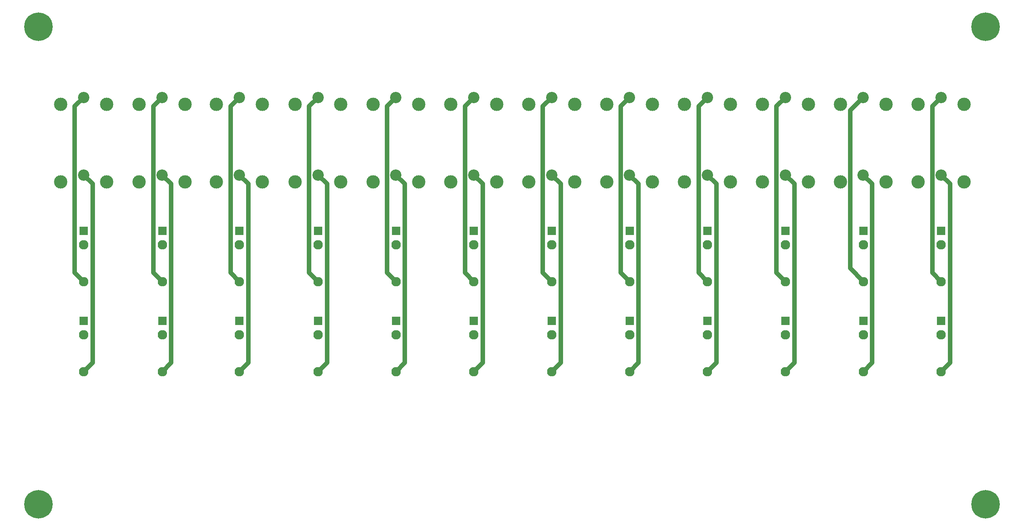
<source format=gbr>
%TF.GenerationSoftware,KiCad,Pcbnew,7.0.1-0*%
%TF.CreationDate,2023-05-06T12:03:47+02:00*%
%TF.ProjectId,video_patch_bay,76696465-6f5f-4706-9174-63685f626179,rev?*%
%TF.SameCoordinates,Original*%
%TF.FileFunction,Copper,L1,Top*%
%TF.FilePolarity,Positive*%
%FSLAX46Y46*%
G04 Gerber Fmt 4.6, Leading zero omitted, Abs format (unit mm)*
G04 Created by KiCad (PCBNEW 7.0.1-0) date 2023-05-06 12:03:47*
%MOMM*%
%LPD*%
G01*
G04 APERTURE LIST*
%TA.AperFunction,ComponentPad*%
%ADD10C,3.000000*%
%TD*%
%TA.AperFunction,ComponentPad*%
%ADD11C,2.550000*%
%TD*%
%TA.AperFunction,ComponentPad*%
%ADD12R,1.930000X1.830000*%
%TD*%
%TA.AperFunction,ComponentPad*%
%ADD13C,2.130000*%
%TD*%
%TA.AperFunction,ComponentPad*%
%ADD14C,6.400000*%
%TD*%
%TA.AperFunction,Conductor*%
%ADD15C,1.000000*%
%TD*%
G04 APERTURE END LIST*
D10*
%TO.P,J13,1A,1*%
%TO.N,GND*%
X42350000Y-54291068D03*
%TO.P,J13,1B*%
X52650000Y-54291068D03*
D11*
%TO.P,J13,2,2*%
%TO.N,Out 1*%
X47500000Y-52691068D03*
%TD*%
D12*
%TO.P,J44,S*%
%TO.N,GND*%
X170175000Y-85511068D03*
D13*
%TO.P,J44,T*%
%TO.N,Out 8*%
X170175000Y-96911068D03*
%TO.P,J44,TN*%
%TO.N,unconnected-(J44-PadTN)*%
X170175000Y-88611068D03*
%TD*%
D12*
%TO.P,J38,S*%
%TO.N,GND*%
X65175000Y-85511068D03*
D13*
%TO.P,J38,T*%
%TO.N,Out 2*%
X65175000Y-96911068D03*
%TO.P,J38,TN*%
%TO.N,unconnected-(J38-PadTN)*%
X65175000Y-88611068D03*
%TD*%
D10*
%TO.P,J11,1A,1*%
%TO.N,GND*%
X217500000Y-36855534D03*
%TO.P,J11,1B*%
X227800000Y-36855534D03*
D11*
%TO.P,J11,2,2*%
%TO.N,In 11*%
X222650000Y-35255534D03*
%TD*%
D12*
%TO.P,J26,S*%
%TO.N,GND*%
X65175000Y-65255534D03*
D13*
%TO.P,J26,T*%
%TO.N,In 2*%
X65175000Y-76655534D03*
%TO.P,J26,TN*%
%TO.N,unconnected-(J26-PadTN)*%
X65175000Y-68355534D03*
%TD*%
D10*
%TO.P,J4,1A,1*%
%TO.N,GND*%
X95000000Y-36855534D03*
%TO.P,J4,1B*%
X105300000Y-36855534D03*
D11*
%TO.P,J4,2,2*%
%TO.N,In 4*%
X100150000Y-35255534D03*
%TD*%
D10*
%TO.P,J12,1A,1*%
%TO.N,GND*%
X235000000Y-36855534D03*
%TO.P,J12,1B*%
X245300000Y-36855534D03*
D11*
%TO.P,J12,2,2*%
%TO.N,In 12*%
X240150000Y-35255534D03*
%TD*%
D12*
%TO.P,J36,S*%
%TO.N,GND*%
X240175000Y-65255534D03*
D13*
%TO.P,J36,T*%
%TO.N,In 12*%
X240175000Y-76655534D03*
%TO.P,J36,TN*%
%TO.N,unconnected-(J36-PadTN)*%
X240175000Y-68355534D03*
%TD*%
D10*
%TO.P,J1,1A,1*%
%TO.N,GND*%
X42350000Y-36855534D03*
%TO.P,J1,1B*%
X52650000Y-36855534D03*
D11*
%TO.P,J1,2,2*%
%TO.N,In 1*%
X47500000Y-35255534D03*
%TD*%
D12*
%TO.P,J45,S*%
%TO.N,GND*%
X187675000Y-85511068D03*
D13*
%TO.P,J45,T*%
%TO.N,Out 9*%
X187675000Y-96911068D03*
%TO.P,J45,TN*%
%TO.N,unconnected-(J45-PadTN)*%
X187675000Y-88611068D03*
%TD*%
D10*
%TO.P,J10,1A,1*%
%TO.N,GND*%
X200000000Y-36855534D03*
%TO.P,J10,1B*%
X210300000Y-36855534D03*
D11*
%TO.P,J10,2,2*%
%TO.N,In 10*%
X205150000Y-35255534D03*
%TD*%
D12*
%TO.P,J33,S*%
%TO.N,GND*%
X187675000Y-65255534D03*
D13*
%TO.P,J33,T*%
%TO.N,In 9*%
X187675000Y-76655534D03*
%TO.P,J33,TN*%
%TO.N,unconnected-(J33-PadTN)*%
X187675000Y-68355534D03*
%TD*%
D10*
%TO.P,J17,1A,1*%
%TO.N,GND*%
X112500000Y-54291068D03*
%TO.P,J17,1B*%
X122800000Y-54291068D03*
D11*
%TO.P,J17,2,2*%
%TO.N,Out 5*%
X117650000Y-52691068D03*
%TD*%
D10*
%TO.P,J6,1A,1*%
%TO.N,GND*%
X130000000Y-36855534D03*
%TO.P,J6,1B*%
X140300000Y-36855534D03*
D11*
%TO.P,J6,2,2*%
%TO.N,In 6*%
X135150000Y-35255534D03*
%TD*%
D10*
%TO.P,J20,1A,1*%
%TO.N,GND*%
X165000000Y-54291068D03*
%TO.P,J20,1B*%
X175300000Y-54291068D03*
D11*
%TO.P,J20,2,2*%
%TO.N,Out 8*%
X170150000Y-52691068D03*
%TD*%
D10*
%TO.P,J16,1A,1*%
%TO.N,GND*%
X95000000Y-54291068D03*
%TO.P,J16,1B*%
X105300000Y-54291068D03*
D11*
%TO.P,J16,2,2*%
%TO.N,Out 4*%
X100150000Y-52691068D03*
%TD*%
D14*
%TO.P,REF\u002A\u002A,1*%
%TO.N,GND*%
X250100000Y-126700000D03*
%TD*%
D10*
%TO.P,J18,1A,1*%
%TO.N,GND*%
X130000000Y-54291068D03*
%TO.P,J18,1B*%
X140300000Y-54291068D03*
D11*
%TO.P,J18,2,2*%
%TO.N,Out 6*%
X135150000Y-52691068D03*
%TD*%
D14*
%TO.P,REF\u002A\u002A,1*%
%TO.N,GND*%
X250100000Y-19400000D03*
%TD*%
D12*
%TO.P,J41,S*%
%TO.N,GND*%
X117675000Y-85511068D03*
D13*
%TO.P,J41,T*%
%TO.N,Out 5*%
X117675000Y-96911068D03*
%TO.P,J41,TN*%
%TO.N,unconnected-(J41-PadTN)*%
X117675000Y-88611068D03*
%TD*%
D12*
%TO.P,J29,S*%
%TO.N,GND*%
X117675000Y-65255534D03*
D13*
%TO.P,J29,T*%
%TO.N,In 5*%
X117675000Y-76655534D03*
%TO.P,J29,TN*%
%TO.N,unconnected-(J29-PadTN)*%
X117675000Y-68355534D03*
%TD*%
D12*
%TO.P,J46,S*%
%TO.N,GND*%
X205175000Y-85511068D03*
D13*
%TO.P,J46,T*%
%TO.N,Out 10*%
X205175000Y-96911068D03*
%TO.P,J46,TN*%
%TO.N,unconnected-(J46-PadTN)*%
X205175000Y-88611068D03*
%TD*%
D12*
%TO.P,J34,S*%
%TO.N,GND*%
X205175000Y-65255534D03*
D13*
%TO.P,J34,T*%
%TO.N,In 10*%
X205175000Y-76655534D03*
%TO.P,J34,TN*%
%TO.N,unconnected-(J34-PadTN)*%
X205175000Y-68355534D03*
%TD*%
D12*
%TO.P,J47,S*%
%TO.N,GND*%
X222675000Y-85511068D03*
D13*
%TO.P,J47,T*%
%TO.N,Out 11*%
X222675000Y-96911068D03*
%TO.P,J47,TN*%
%TO.N,unconnected-(J47-PadTN)*%
X222675000Y-88611068D03*
%TD*%
D12*
%TO.P,J43,S*%
%TO.N,GND*%
X152675000Y-85511068D03*
D13*
%TO.P,J43,T*%
%TO.N,Out 7*%
X152675000Y-96911068D03*
%TO.P,J43,TN*%
%TO.N,unconnected-(J43-PadTN)*%
X152675000Y-88611068D03*
%TD*%
D10*
%TO.P,J2,1A,1*%
%TO.N,GND*%
X60000000Y-36855534D03*
%TO.P,J2,1B*%
X70300000Y-36855534D03*
D11*
%TO.P,J2,2,2*%
%TO.N,In 2*%
X65150000Y-35255534D03*
%TD*%
D12*
%TO.P,J35,S*%
%TO.N,GND*%
X222675000Y-65255534D03*
D13*
%TO.P,J35,T*%
%TO.N,In 11*%
X222675000Y-76655534D03*
%TO.P,J35,TN*%
%TO.N,unconnected-(J35-PadTN)*%
X222675000Y-68355534D03*
%TD*%
D12*
%TO.P,J28,S*%
%TO.N,GND*%
X100175000Y-65255534D03*
D13*
%TO.P,J28,T*%
%TO.N,In 4*%
X100175000Y-76655534D03*
%TO.P,J28,TN*%
%TO.N,unconnected-(J28-PadTN)*%
X100175000Y-68355534D03*
%TD*%
D12*
%TO.P,J37,S*%
%TO.N,GND*%
X47525000Y-85511068D03*
D13*
%TO.P,J37,T*%
%TO.N,Out 1*%
X47525000Y-96911068D03*
%TO.P,J37,TN*%
%TO.N,unconnected-(J37-PadTN)*%
X47525000Y-88611068D03*
%TD*%
D12*
%TO.P,J48,S*%
%TO.N,GND*%
X240175000Y-85511068D03*
D13*
%TO.P,J48,T*%
%TO.N,Out 12*%
X240175000Y-96911068D03*
%TO.P,J48,TN*%
%TO.N,unconnected-(J48-PadTN)*%
X240175000Y-88611068D03*
%TD*%
D10*
%TO.P,J22,1A,1*%
%TO.N,GND*%
X200000000Y-54291068D03*
%TO.P,J22,1B*%
X210300000Y-54291068D03*
D11*
%TO.P,J22,2,2*%
%TO.N,Out 10*%
X205150000Y-52691068D03*
%TD*%
D12*
%TO.P,J40,S*%
%TO.N,GND*%
X100175000Y-85511068D03*
D13*
%TO.P,J40,T*%
%TO.N,Out 4*%
X100175000Y-96911068D03*
%TO.P,J40,TN*%
%TO.N,unconnected-(J40-PadTN)*%
X100175000Y-88611068D03*
%TD*%
D10*
%TO.P,J21,1A,1*%
%TO.N,GND*%
X182500000Y-54291068D03*
%TO.P,J21,1B*%
X192800000Y-54291068D03*
D11*
%TO.P,J21,2,2*%
%TO.N,Out 9*%
X187650000Y-52691068D03*
%TD*%
D12*
%TO.P,J42,S*%
%TO.N,GND*%
X135175000Y-85511068D03*
D13*
%TO.P,J42,T*%
%TO.N,Out 6*%
X135175000Y-96911068D03*
%TO.P,J42,TN*%
%TO.N,unconnected-(J42-PadTN)*%
X135175000Y-88611068D03*
%TD*%
D12*
%TO.P,J39,S*%
%TO.N,GND*%
X82525000Y-85511068D03*
D13*
%TO.P,J39,T*%
%TO.N,Out 3*%
X82525000Y-96911068D03*
%TO.P,J39,TN*%
%TO.N,unconnected-(J39-PadTN)*%
X82525000Y-88611068D03*
%TD*%
D12*
%TO.P,J25,S*%
%TO.N,GND*%
X47525000Y-65255534D03*
D13*
%TO.P,J25,T*%
%TO.N,In 1*%
X47525000Y-76655534D03*
%TO.P,J25,TN*%
%TO.N,unconnected-(J25-PadTN)*%
X47525000Y-68355534D03*
%TD*%
D12*
%TO.P,J32,S*%
%TO.N,GND*%
X170175000Y-65255534D03*
D13*
%TO.P,J32,T*%
%TO.N,In 8*%
X170175000Y-76655534D03*
%TO.P,J32,TN*%
%TO.N,unconnected-(J32-PadTN)*%
X170175000Y-68355534D03*
%TD*%
D10*
%TO.P,J19,1A,1*%
%TO.N,GND*%
X147500000Y-54291068D03*
%TO.P,J19,1B*%
X157800000Y-54291068D03*
D11*
%TO.P,J19,2,2*%
%TO.N,Out 7*%
X152650000Y-52691068D03*
%TD*%
D10*
%TO.P,J23,1A,1*%
%TO.N,GND*%
X217500000Y-54291068D03*
%TO.P,J23,1B*%
X227800000Y-54291068D03*
D11*
%TO.P,J23,2,2*%
%TO.N,Out 11*%
X222650000Y-52691068D03*
%TD*%
D10*
%TO.P,J14,1A,1*%
%TO.N,GND*%
X60000000Y-54291068D03*
%TO.P,J14,1B*%
X70300000Y-54291068D03*
D11*
%TO.P,J14,2,2*%
%TO.N,Out 2*%
X65150000Y-52691068D03*
%TD*%
D14*
%TO.P,REF\u002A\u002A,1*%
%TO.N,GND*%
X37400000Y-19400000D03*
%TD*%
D10*
%TO.P,J5,1A,1*%
%TO.N,GND*%
X112500000Y-36855534D03*
%TO.P,J5,1B*%
X122800000Y-36855534D03*
D11*
%TO.P,J5,2,2*%
%TO.N,In 5*%
X117650000Y-35255534D03*
%TD*%
D12*
%TO.P,J30,S*%
%TO.N,GND*%
X135175000Y-65255534D03*
D13*
%TO.P,J30,T*%
%TO.N,In 6*%
X135175000Y-76655534D03*
%TO.P,J30,TN*%
%TO.N,unconnected-(J30-PadTN)*%
X135175000Y-68355534D03*
%TD*%
D14*
%TO.P,REF\u002A\u002A,1*%
%TO.N,GND*%
X37400000Y-126700000D03*
%TD*%
D10*
%TO.P,J24,1A,1*%
%TO.N,GND*%
X235000000Y-54291068D03*
%TO.P,J24,1B*%
X245300000Y-54291068D03*
D11*
%TO.P,J24,2,2*%
%TO.N,Out 12*%
X240150000Y-52691068D03*
%TD*%
D10*
%TO.P,J9,1A,1*%
%TO.N,GND*%
X182500000Y-36855534D03*
%TO.P,J9,1B*%
X192800000Y-36855534D03*
D11*
%TO.P,J9,2,2*%
%TO.N,In 9*%
X187650000Y-35255534D03*
%TD*%
D10*
%TO.P,J7,1A,1*%
%TO.N,GND*%
X147500000Y-36855534D03*
%TO.P,J7,1B*%
X157800000Y-36855534D03*
D11*
%TO.P,J7,2,2*%
%TO.N,In 7*%
X152650000Y-35255534D03*
%TD*%
D10*
%TO.P,J3,1A,1*%
%TO.N,GND*%
X77350000Y-36855534D03*
%TO.P,J3,1B*%
X87650000Y-36855534D03*
D11*
%TO.P,J3,2,2*%
%TO.N,In 3*%
X82500000Y-35255534D03*
%TD*%
D10*
%TO.P,J15,1A,1*%
%TO.N,GND*%
X77350000Y-54291068D03*
%TO.P,J15,1B*%
X87650000Y-54291068D03*
D11*
%TO.P,J15,2,2*%
%TO.N,Out 3*%
X82500000Y-52691068D03*
%TD*%
D12*
%TO.P,J27,S*%
%TO.N,GND*%
X82525000Y-65255534D03*
D13*
%TO.P,J27,T*%
%TO.N,In 3*%
X82525000Y-76655534D03*
%TO.P,J27,TN*%
%TO.N,unconnected-(J27-PadTN)*%
X82525000Y-68355534D03*
%TD*%
D12*
%TO.P,J31,S*%
%TO.N,GND*%
X152675000Y-65255534D03*
D13*
%TO.P,J31,T*%
%TO.N,In 7*%
X152675000Y-76655534D03*
%TO.P,J31,TN*%
%TO.N,unconnected-(J31-PadTN)*%
X152675000Y-68355534D03*
%TD*%
D10*
%TO.P,J8,1A,1*%
%TO.N,GND*%
X165000000Y-36855534D03*
%TO.P,J8,1B*%
X175300000Y-36855534D03*
D11*
%TO.P,J8,2,2*%
%TO.N,In 8*%
X170150000Y-35255534D03*
%TD*%
D15*
%TO.N,In 1*%
X45520308Y-74650842D02*
X47525000Y-76655534D01*
X47500000Y-35255534D02*
X45520308Y-37235226D01*
X45520308Y-37235226D02*
X45520308Y-74650842D01*
%TO.N,In 2*%
X65150000Y-35255534D02*
X63170308Y-37235226D01*
X63170308Y-37235226D02*
X63170308Y-74650842D01*
X63170308Y-74650842D02*
X65175000Y-76655534D01*
%TO.N,In 3*%
X80520308Y-74650842D02*
X82525000Y-76655534D01*
X82500000Y-35255534D02*
X80520308Y-37235226D01*
X80520308Y-37235226D02*
X80520308Y-74650842D01*
%TO.N,In 4*%
X98170308Y-74650842D02*
X100175000Y-76655534D01*
X100150000Y-35255534D02*
X98170308Y-37235226D01*
X98170308Y-37235226D02*
X98170308Y-74650842D01*
%TO.N,In 5*%
X115670308Y-37235226D02*
X115670308Y-74650842D01*
X115670308Y-74650842D02*
X117675000Y-76655534D01*
X117650000Y-35255534D02*
X115670308Y-37235226D01*
%TO.N,In 6*%
X133170308Y-74650842D02*
X135175000Y-76655534D01*
X133170308Y-37235226D02*
X133170308Y-74650842D01*
X135150000Y-35255534D02*
X133170308Y-37235226D01*
%TO.N,In 7*%
X152650000Y-35255534D02*
X150670308Y-37235226D01*
X150670308Y-74650842D02*
X152675000Y-76655534D01*
X150670308Y-37235226D02*
X150670308Y-74650842D01*
%TO.N,In 8*%
X168170308Y-37235226D02*
X168170308Y-74650842D01*
X170150000Y-35255534D02*
X168170308Y-37235226D01*
X168170308Y-74650842D02*
X170175000Y-76655534D01*
%TO.N,In 9*%
X185670308Y-37235226D02*
X185670308Y-74650842D01*
X187650000Y-35255534D02*
X185670308Y-37235226D01*
X185670308Y-74650842D02*
X187675000Y-76655534D01*
%TO.N,In 10*%
X203170308Y-37235226D02*
X203170308Y-74650842D01*
X203170308Y-74650842D02*
X205175000Y-76655534D01*
X205150000Y-35255534D02*
X203170308Y-37235226D01*
%TO.N,In 11*%
X219700000Y-73680534D02*
X222675000Y-76655534D01*
X222650000Y-35255534D02*
X219700000Y-38205534D01*
X219700000Y-38205534D02*
X219700000Y-73680534D01*
%TO.N,In 12*%
X240150000Y-35255534D02*
X238175000Y-37230534D01*
X238170308Y-71272603D02*
X238170308Y-74650842D01*
X238175000Y-71267911D02*
X238170308Y-71272603D01*
X238170308Y-74650842D02*
X240175000Y-76655534D01*
X238175000Y-37230534D02*
X238175000Y-71267911D01*
%TO.N,Out 1*%
X47500000Y-52691068D02*
X49530141Y-54721209D01*
X49530141Y-54721209D02*
X49530141Y-94905927D01*
X49530141Y-94905927D02*
X47525000Y-96911068D01*
%TO.N,Out 2*%
X67180141Y-54721209D02*
X67180141Y-94905927D01*
X65150000Y-52691068D02*
X67180141Y-54721209D01*
X67180141Y-94905927D02*
X65175000Y-96911068D01*
%TO.N,Out 3*%
X84530141Y-94905927D02*
X82525000Y-96911068D01*
X82500000Y-52691068D02*
X84530141Y-54721209D01*
X84530141Y-54721209D02*
X84530141Y-94905927D01*
%TO.N,Out 4*%
X100150000Y-52691068D02*
X102180141Y-54721209D01*
X102180141Y-54721209D02*
X102180141Y-94905927D01*
X102180141Y-94905927D02*
X100175000Y-96911068D01*
%TO.N,Out 5*%
X119680141Y-94905927D02*
X117675000Y-96911068D01*
X117650000Y-52691068D02*
X119680141Y-54721209D01*
X119680141Y-54721209D02*
X119680141Y-94905927D01*
%TO.N,Out 6*%
X137180141Y-94905927D02*
X135175000Y-96911068D01*
X135150000Y-52691068D02*
X137180141Y-54721209D01*
X137180141Y-54721209D02*
X137180141Y-94905927D01*
%TO.N,Out 7*%
X154680141Y-54721209D02*
X154680141Y-94905927D01*
X152650000Y-52691068D02*
X154680141Y-54721209D01*
X154680141Y-94905927D02*
X152675000Y-96911068D01*
%TO.N,Out 8*%
X170150000Y-52691068D02*
X172180141Y-54721209D01*
X172180141Y-54721209D02*
X172180141Y-94905927D01*
X172180141Y-94905927D02*
X170175000Y-96911068D01*
%TO.N,Out 9*%
X187650000Y-52691068D02*
X189680141Y-54721209D01*
X189680141Y-54721209D02*
X189680141Y-94905927D01*
X189680141Y-94905927D02*
X187675000Y-96911068D01*
%TO.N,Out 10*%
X207180141Y-94905927D02*
X205175000Y-96911068D01*
X205150000Y-52691068D02*
X207180141Y-54721209D01*
X207180141Y-54721209D02*
X207180141Y-94905927D01*
%TO.N,Out 11*%
X224680141Y-54721209D02*
X224680141Y-94905927D01*
X222650000Y-52691068D02*
X224680141Y-54721209D01*
X224680141Y-94905927D02*
X222675000Y-96911068D01*
%TO.N,Out 12*%
X240150000Y-52691068D02*
X242180141Y-54721209D01*
X242180141Y-54721209D02*
X242180141Y-94905927D01*
X242180141Y-94905927D02*
X240175000Y-96911068D01*
%TD*%
M02*

</source>
